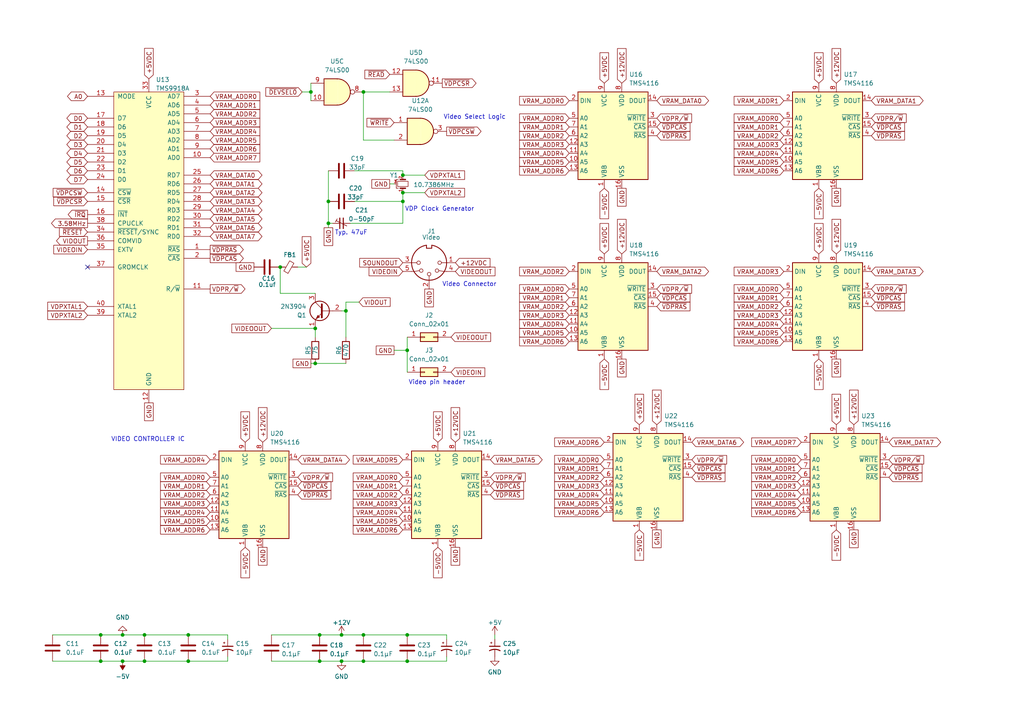
<source format=kicad_sch>
(kicad_sch (version 20250114) (generator "eeschema") (generator_version "9.0")
  (paper "A4")
  (text "VDP Clock Generator" (at 127.508 60.706 0) (effects (font (size 1.27 1.27))))
  (text "Video Connector" (at 136.144 82.55 0) (effects (font (size 1.27 1.27))))
  (text "Video pin header" (at 126.746 110.998 0) (effects (font (size 1.27 1.27))))
  (text "Typ. 47uF" (at 101.854 67.564 0) (effects (font (size 1.27 1.27))))
  (text "Video Select Logic\n" (at 137.668 34.036 0) (effects (font (size 1.27 1.27))))
  (text "VIDEO CONTROLLER IC" (at 42.926 127.508 0) (effects (font (size 1.27 1.27))))
  (junction (at 95.25 64.77))
  (junction (at 29.21 191.77))
  (junction (at 35.56 184.15))
  (junction (at 116.84 58.42))
  (junction (at 95.25 58.42))
  (junction (at 91.44 95.25))
  (junction (at 99.06 191.77))
  (junction (at 118.11 191.77))
  (junction (at 35.56 191.77))
  (junction (at 105.41 184.15))
  (junction (at 90.17 26.67))
  (junction (at 41.91 184.15))
  (junction (at 116.84 55.88))
  (junction (at 91.44 105.41))
  (junction (at 92.71 191.77))
  (junction (at 118.11 101.6))
  (junction (at 118.11 184.15))
  (junction (at 54.61 191.77))
  (junction (at 105.41 191.77))
  (junction (at 29.21 184.15))
  (junction (at 54.61 184.15))
  (junction (at 99.06 184.15))
  (junction (at 100.33 90.17))
  (junction (at 116.84 50.8))
  (junction (at 92.71 184.15))
  (junction (at 81.28 77.47))
  (junction (at 105.41 26.67))
  (junction (at 41.91 191.77))
  (no_connect (at 25.4 77.47))
  (wire (pts (xy 104.14 87.63) (xy 100.33 87.63)))
  (wire (pts (xy 29.21 191.77) (xy 35.56 191.77)))
  (wire (pts (xy 100.33 90.17) (xy 100.33 97.79)))
  (wire (pts (xy 105.41 184.15) (xy 118.11 184.15)))
  (wire (pts (xy 54.61 184.15) (xy 66.04 184.15)))
  (wire (pts (xy 35.56 184.15) (xy 41.91 184.15)))
  (wire (pts (xy 113.03 53.34) (xy 114.3 53.34)))
  (wire (pts (xy 100.33 87.63) (xy 100.33 90.17)))
  (wire (pts (xy 123.19 50.8) (xy 116.84 50.8)))
  (wire (pts (xy 29.21 184.15) (xy 35.56 184.15)))
  (wire (pts (xy 100.33 90.17) (xy 99.06 90.17)))
  (wire (pts (xy 41.91 191.77) (xy 54.61 191.77)))
  (wire (pts (xy 118.11 184.15) (xy 129.54 184.15)))
  (wire (pts (xy 78.74 184.15) (xy 92.71 184.15)))
  (wire (pts (xy 129.54 191.77) (xy 129.54 190.5)))
  (wire (pts (xy 116.84 55.88) (xy 123.19 55.88)))
  (wire (pts (xy 95.25 64.77) (xy 96.52 64.77)))
  (wire (pts (xy 95.25 58.42) (xy 95.25 64.77)))
  (wire (pts (xy 91.44 95.25) (xy 91.44 97.79)))
  (wire (pts (xy 86.36 77.47) (xy 88.9 77.47)))
  (wire (pts (xy 116.84 64.77) (xy 101.6 64.77)))
  (wire (pts (xy 87.63 26.67) (xy 90.17 26.67)))
  (wire (pts (xy 102.87 49.53) (xy 116.84 49.53)))
  (wire (pts (xy 143.51 184.15) (xy 143.51 185.42)))
  (wire (pts (xy 102.87 58.42) (xy 116.84 58.42)))
  (wire (pts (xy 114.3 40.64) (xy 105.41 40.64)))
  (wire (pts (xy 54.61 191.77) (xy 66.04 191.77)))
  (wire (pts (xy 116.84 58.42) (xy 116.84 55.88)))
  (wire (pts (xy 92.71 184.15) (xy 99.06 184.15)))
  (wire (pts (xy 15.24 184.15) (xy 29.21 184.15)))
  (wire (pts (xy 66.04 184.15) (xy 66.04 185.42)))
  (wire (pts (xy 118.11 97.79) (xy 118.11 101.6)))
  (wire (pts (xy 114.3 101.6) (xy 118.11 101.6)))
  (wire (pts (xy 105.41 26.67) (xy 113.03 26.67)))
  (wire (pts (xy 99.06 184.15) (xy 105.41 184.15)))
  (wire (pts (xy 81.28 77.47) (xy 81.28 85.09)))
  (wire (pts (xy 95.25 58.42) (xy 95.25 49.53)))
  (wire (pts (xy 41.91 184.15) (xy 54.61 184.15)))
  (wire (pts (xy 90.17 24.13) (xy 90.17 26.67)))
  (wire (pts (xy 95.25 66.04) (xy 95.25 64.77)))
  (wire (pts (xy 116.84 49.53) (xy 116.84 50.8)))
  (wire (pts (xy 35.56 191.77) (xy 41.91 191.77)))
  (wire (pts (xy 118.11 101.6) (xy 118.11 107.95)))
  (wire (pts (xy 90.17 105.41) (xy 91.44 105.41)))
  (wire (pts (xy 129.54 184.15) (xy 129.54 185.42)))
  (wire (pts (xy 105.41 191.77) (xy 118.11 191.77)))
  (wire (pts (xy 92.71 191.77) (xy 99.06 191.77)))
  (wire (pts (xy 81.28 85.09) (xy 91.44 85.09)))
  (wire (pts (xy 118.11 191.77) (xy 129.54 191.77)))
  (wire (pts (xy 116.84 58.42) (xy 116.84 64.77)))
  (wire (pts (xy 91.44 105.41) (xy 100.33 105.41)))
  (wire (pts (xy 78.74 95.25) (xy 91.44 95.25)))
  (wire (pts (xy 90.17 26.67) (xy 90.17 29.21)))
  (wire (pts (xy 66.04 191.77) (xy 66.04 190.5)))
  (wire (pts (xy 15.24 191.77) (xy 29.21 191.77)))
  (wire (pts (xy 78.74 191.77) (xy 92.71 191.77)))
  (wire (pts (xy 99.06 191.77) (xy 105.41 191.77)))
  (wire (pts (xy 105.41 40.64) (xy 105.41 26.67)))
  (global_label "VRAM_DATA1" (shape bidirectional) (at 60.96 53.34 0) (property "Intersheetrefs" "${INTERSHEET_REFS}" (effects (hide yes))))
  (global_label "D4" (shape bidirectional) (at 25.4 44.45 180) (property "Intersheetrefs" "${INTERSHEET_REFS}" (effects (hide yes))))
  (global_label "~{VDPCSR}" (shape input) (at 25.4 58.42 180) (property "Intersheetrefs" "${INTERSHEET_REFS}" (effects (hide yes))))
  (global_label "VRAM_DATA6" (shape bidirectional) (at 60.96 66.04 0) (property "Intersheetrefs" "${INTERSHEET_REFS}" (effects (hide yes))))
  (global_label "~{VDPRAS}" (shape input) (at 200.66 138.43 0) (property "Intersheetrefs" "${INTERSHEET_REFS}" (effects (hide yes))))
  (global_label "VRAM_DATA7" (shape bidirectional) (at 60.96 68.58 0) (property "Intersheetrefs" "${INTERSHEET_REFS}" (effects (hide yes))))
  (global_label "+12VDC" (shape input) (at 132.08 128.27 90) (property "Intersheetrefs" "${INTERSHEET_REFS}" (effects (hide yes))))
  (global_label "VRAM_ADDR5" (shape input) (at 175.26 146.05 180) (property "Intersheetrefs" "${INTERSHEET_REFS}" (effects (hide yes))))
  (global_label "VDPR{slash}~{W}" (shape input) (at 86.36 138.43 0) (property "Intersheetrefs" "${INTERSHEET_REFS}" (effects (hide yes))))
  (global_label "VRAM_ADDR2" (shape input) (at 165.1 78.74 180) (property "Intersheetrefs" "${INTERSHEET_REFS}" (effects (hide yes))))
  (global_label "-5VDC" (shape input) (at 127 158.75 270) (property "Intersheetrefs" "${INTERSHEET_REFS}" (effects (hide yes))))
  (global_label "~{RESET}" (shape input) (at 25.4 67.31 180) (property "Intersheetrefs" "${INTERSHEET_REFS}" (effects (hide yes))))
  (global_label "VRAM_DATA3" (shape bidirectional) (at 252.73 78.74 0) (property "Intersheetrefs" "${INTERSHEET_REFS}" (effects (hide yes))))
  (global_label "VRAM_ADDR3" (shape input) (at 227.33 91.44 180) (property "Intersheetrefs" "${INTERSHEET_REFS}" (effects (hide yes))))
  (global_label "VRAM_ADDR0" (shape input) (at 227.33 83.82 180) (property "Intersheetrefs" "${INTERSHEET_REFS}" (effects (hide yes))))
  (global_label "VDPR{slash}~{W}" (shape output) (at 60.96 83.82 0) (property "Intersheetrefs" "${INTERSHEET_REFS}" (effects (hide yes))))
  (global_label "~{DEVSEL0}" (shape input) (at 87.63 26.67 180) (property "Intersheetrefs" "${INTERSHEET_REFS}" (effects (hide yes))))
  (global_label "VRAM_ADDR4" (shape input) (at 60.96 148.59 180) (property "Intersheetrefs" "${INTERSHEET_REFS}" (effects (hide yes))))
  (global_label "~{VDPCAS}" (shape output) (at 60.96 74.93 0) (property "Intersheetrefs" "${INTERSHEET_REFS}" (effects (hide yes))))
  (global_label "VRAM_ADDR4" (shape input) (at 227.33 44.45 180) (property "Intersheetrefs" "${INTERSHEET_REFS}" (effects (hide yes))))
  (global_label "~{VDPCAS}" (shape input) (at 190.5 86.36 0) (property "Intersheetrefs" "${INTERSHEET_REFS}" (effects (hide yes))))
  (global_label "~{VDPRAS}" (shape input) (at 190.5 88.9 0) (property "Intersheetrefs" "${INTERSHEET_REFS}" (effects (hide yes))))
  (global_label "GND" (shape passive) (at 242.57 54.61 270) (property "Intersheetrefs" "${INTERSHEET_REFS}" (effects (hide yes))))
  (global_label "VDPR{slash}~{W}" (shape input) (at 252.73 83.82 0) (property "Intersheetrefs" "${INTERSHEET_REFS}" (effects (hide yes))))
  (global_label "VRAM_ADDR0" (shape input) (at 165.1 83.82 180) (property "Intersheetrefs" "${INTERSHEET_REFS}" (effects (hide yes))))
  (global_label "VRAM_ADDR0" (shape input) (at 227.33 34.29 180) (property "Intersheetrefs" "${INTERSHEET_REFS}" (effects (hide yes))))
  (global_label "VRAM_DATA0" (shape bidirectional) (at 190.5 29.21 0) (property "Intersheetrefs" "${INTERSHEET_REFS}" (effects (hide yes))))
  (global_label "-5VDC" (shape input) (at 175.26 54.61 270) (property "Intersheetrefs" "${INTERSHEET_REFS}" (effects (hide yes))))
  (global_label "GND" (shape passive) (at 247.65 153.67 270) (property "Intersheetrefs" "${INTERSHEET_REFS}" (effects (hide yes))))
  (global_label "-5VDC" (shape input) (at 242.57 153.67 270) (property "Intersheetrefs" "${INTERSHEET_REFS}" (effects (hide yes))))
  (global_label "VRAM_ADDR4" (shape input) (at 165.1 93.98 180) (property "Intersheetrefs" "${INTERSHEET_REFS}" (effects (hide yes))))
  (global_label "VRAM_ADDR5" (shape input) (at 227.33 46.99 180) (property "Intersheetrefs" "${INTERSHEET_REFS}" (effects (hide yes))))
  (global_label "D7" (shape bidirectional) (at 25.4 52.07 180) (property "Intersheetrefs" "${INTERSHEET_REFS}" (effects (hide yes))))
  (global_label "VRAM_ADDR2" (shape input) (at 232.41 138.43 180) (property "Intersheetrefs" "${INTERSHEET_REFS}" (effects (hide yes))))
  (global_label "GND" (shape passive) (at 190.5 153.67 270) (property "Intersheetrefs" "${INTERSHEET_REFS}" (effects (hide yes))))
  (global_label "VRAM_ADDR3" (shape input) (at 232.41 140.97 180) (property "Intersheetrefs" "${INTERSHEET_REFS}" (effects (hide yes))))
  (global_label "VDPR{slash}~{W}" (shape input) (at 252.73 34.29 0) (property "Intersheetrefs" "${INTERSHEET_REFS}" (effects (hide yes))))
  (global_label "VRAM_ADDR6" (shape input) (at 165.1 99.06 180) (property "Intersheetrefs" "${INTERSHEET_REFS}" (effects (hide yes))))
  (global_label "VRAM_ADDR4" (shape input) (at 60.96 133.35 180) (property "Intersheetrefs" "${INTERSHEET_REFS}" (effects (hide yes))))
  (global_label "VRAM_ADDR5" (shape input) (at 232.41 146.05 180) (property "Intersheetrefs" "${INTERSHEET_REFS}" (effects (hide yes))))
  (global_label "VIDEOOUT" (shape input) (at 78.74 95.25 180) (property "Intersheetrefs" "${INTERSHEET_REFS}" (effects (hide yes))))
  (global_label "GND" (shape passive) (at 132.08 158.75 270) (property "Intersheetrefs" "${INTERSHEET_REFS}" (effects (hide yes))))
  (global_label "VRAM_ADDR3" (shape input) (at 227.33 78.74 180) (property "Intersheetrefs" "${INTERSHEET_REFS}" (effects (hide yes))))
  (global_label "-5VDC" (shape input) (at 185.42 153.67 270) (property "Intersheetrefs" "${INTERSHEET_REFS}" (effects (hide yes))))
  (global_label "GND" (shape passive) (at 90.17 105.41 180) (property "Intersheetrefs" "${INTERSHEET_REFS}" (effects (hide yes))))
  (global_label "D1" (shape bidirectional) (at 25.4 36.83 180) (property "Intersheetrefs" "${INTERSHEET_REFS}" (effects (hide yes))))
  (global_label "A0" (shape bidirectional) (at 25.4 27.94 180) (property "Intersheetrefs" "${INTERSHEET_REFS}" (effects (hide yes))))
  (global_label "VRAM_DATA4" (shape bidirectional) (at 86.36 133.35 0) (property "Intersheetrefs" "${INTERSHEET_REFS}" (effects (hide yes))))
  (global_label "GND" (shape passive) (at 114.3 101.6 180) (property "Intersheetrefs" "${INTERSHEET_REFS}" (effects (hide yes))))
  (global_label "VRAM_ADDR5" (shape input) (at 116.84 133.35 180) (property "Intersheetrefs" "${INTERSHEET_REFS}" (effects (hide yes))))
  (global_label "~{VDPCAS}" (shape input) (at 257.81 135.89 0) (property "Intersheetrefs" "${INTERSHEET_REFS}" (effects (hide yes))))
  (global_label "~{VDPCAS}" (shape input) (at 200.66 135.89 0) (property "Intersheetrefs" "${INTERSHEET_REFS}" (effects (hide yes))))
  (global_label "VRAM_ADDR6" (shape input) (at 60.96 153.67 180) (property "Intersheetrefs" "${INTERSHEET_REFS}" (effects (hide yes))))
  (global_label "VDPR{slash}~{W}" (shape input) (at 257.81 133.35 0) (property "Intersheetrefs" "${INTERSHEET_REFS}" (effects (hide yes))))
  (global_label "VRAM_DATA1" (shape bidirectional) (at 252.73 29.21 0) (property "Intersheetrefs" "${INTERSHEET_REFS}" (effects (hide yes))))
  (global_label "VRAM_ADDR2" (shape input) (at 165.1 39.37 180) (property "Intersheetrefs" "${INTERSHEET_REFS}" (effects (hide yes))))
  (global_label "VRAM_ADDR6" (shape input) (at 175.26 128.27 180) (property "Intersheetrefs" "${INTERSHEET_REFS}" (effects (hide yes))))
  (global_label "-5VDC" (shape input) (at 237.49 54.61 270) (property "Intersheetrefs" "${INTERSHEET_REFS}" (effects (hide yes))))
  (global_label "VDPR{slash}~{W}" (shape input) (at 190.5 83.82 0) (property "Intersheetrefs" "${INTERSHEET_REFS}" (effects (hide yes))))
  (global_label "VRAM_DATA2" (shape bidirectional) (at 190.5 78.74 0) (property "Intersheetrefs" "${INTERSHEET_REFS}" (effects (hide yes))))
  (global_label "VRAM_DATA3" (shape bidirectional) (at 60.96 58.42 0) (property "Intersheetrefs" "${INTERSHEET_REFS}" (effects (hide yes))))
  (global_label "VIDOUT" (shape output) (at 25.4 69.85 180) (property "Intersheetrefs" "${INTERSHEET_REFS}" (effects (hide yes))))
  (global_label "+12VDC" (shape input) (at 180.34 24.13 90) (property "Intersheetrefs" "${INTERSHEET_REFS}" (effects (hide yes))))
  (global_label "~{VDPRAS}" (shape input) (at 142.24 143.51 0) (property "Intersheetrefs" "${INTERSHEET_REFS}" (effects (hide yes))))
  (global_label "+5VDC" (shape input) (at 242.57 123.19 90) (property "Intersheetrefs" "${INTERSHEET_REFS}" (effects (hide yes))))
  (global_label "VRAM_ADDR2" (shape input) (at 175.26 138.43 180) (property "Intersheetrefs" "${INTERSHEET_REFS}" (effects (hide yes))))
  (global_label "VRAM_ADDR3" (shape input) (at 165.1 41.91 180) (property "Intersheetrefs" "${INTERSHEET_REFS}" (effects (hide yes))))
  (global_label "VRAM_ADDR2" (shape input) (at 165.1 88.9 180) (property "Intersheetrefs" "${INTERSHEET_REFS}" (effects (hide yes))))
  (global_label "VRAM_ADDR4" (shape input) (at 227.33 93.98 180) (property "Intersheetrefs" "${INTERSHEET_REFS}" (effects (hide yes))))
  (global_label "VRAM_ADDR3" (shape input) (at 60.96 146.05 180) (property "Intersheetrefs" "${INTERSHEET_REFS}" (effects (hide yes))))
  (global_label "VIDEOOUT" (shape input) (at 130.81 97.79 0) (property "Intersheetrefs" "${INTERSHEET_REFS}" (effects (hide yes))))
  (global_label "~{VDPCSW}" (shape input) (at 25.4 55.88 180) (property "Intersheetrefs" "${INTERSHEET_REFS}" (effects (hide yes))))
  (global_label "VRAM_ADDR1" (shape input) (at 60.96 140.97 180) (property "Intersheetrefs" "${INTERSHEET_REFS}" (effects (hide yes))))
  (global_label "~{VDPCAS}" (shape input) (at 86.36 140.97 0) (property "Intersheetrefs" "${INTERSHEET_REFS}" (effects (hide yes))))
  (global_label "~{VDPRAS}" (shape input) (at 252.73 88.9 0) (property "Intersheetrefs" "${INTERSHEET_REFS}" (effects (hide yes))))
  (global_label "+5VDC" (shape input) (at 43.18 22.86 90) (property "Intersheetrefs" "${INTERSHEET_REFS}" (effects (hide yes))))
  (global_label "VRAM_ADDR4" (shape input) (at 232.41 143.51 180) (property "Intersheetrefs" "${INTERSHEET_REFS}" (effects (hide yes))))
  (global_label "SOUNDOUT" (shape input) (at 116.84 76.2 180) (property "Intersheetrefs" "${INTERSHEET_REFS}" (effects (hide yes))))
  (global_label "VRAM_ADDR0" (shape input) (at 165.1 29.21 180) (property "Intersheetrefs" "${INTERSHEET_REFS}" (effects (hide yes))))
  (global_label "~{VDPRAS}" (shape input) (at 190.5 39.37 0) (property "Intersheetrefs" "${INTERSHEET_REFS}" (effects (hide yes))))
  (global_label "VRAM_ADDR4" (shape input) (at 60.96 38.1 0) (property "Intersheetrefs" "${INTERSHEET_REFS}" (effects (hide yes))))
  (global_label "VRAM_DATA0" (shape bidirectional) (at 60.96 50.8 0) (property "Intersheetrefs" "${INTERSHEET_REFS}" (effects (hide yes))))
  (global_label "-5VDC" (shape input) (at 71.12 158.75 270) (property "Intersheetrefs" "${INTERSHEET_REFS}" (effects (hide yes))))
  (global_label "+12VDC" (shape input) (at 242.57 73.66 90) (property "Intersheetrefs" "${INTERSHEET_REFS}" (effects (hide yes))))
  (global_label "GND" (shape passive) (at 43.18 116.84 270) (property "Intersheetrefs" "${INTERSHEET_REFS}" (effects (hide yes))))
  (global_label "GND" (shape passive) (at 242.57 104.14 270) (property "Intersheetrefs" "${INTERSHEET_REFS}" (effects (hide yes))))
  (global_label "VRAM_ADDR0" (shape input) (at 116.84 138.43 180) (property "Intersheetrefs" "${INTERSHEET_REFS}" (effects (hide yes))))
  (global_label "VRAM_ADDR4" (shape input) (at 175.26 143.51 180) (property "Intersheetrefs" "${INTERSHEET_REFS}" (effects (hide yes))))
  (global_label "3.58MHz" (shape output) (at 25.4 64.77 180) (property "Intersheetrefs" "${INTERSHEET_REFS}" (effects (hide yes))))
  (global_label "VRAM_ADDR5" (shape input) (at 60.96 40.64 0) (property "Intersheetrefs" "${INTERSHEET_REFS}" (effects (hide yes))))
  (global_label "~{VDPRAS}" (shape input) (at 252.73 39.37 0) (property "Intersheetrefs" "${INTERSHEET_REFS}" (effects (hide yes))))
  (global_label "VDPXTAL1" (shape input) (at 25.4 88.9 180) (property "Intersheetrefs" "${INTERSHEET_REFS}" (effects (hide yes))))
  (global_label "~{VDPRAS}" (shape output) (at 60.96 72.39 0) (property "Intersheetrefs" "${INTERSHEET_REFS}" (effects (hide yes))))
  (global_label "VIDEOOUT" (shape input) (at 132.08 78.74 0) (property "Intersheetrefs" "${INTERSHEET_REFS}" (effects (hide yes))))
  (global_label "VRAM_ADDR2" (shape input) (at 60.96 33.02 0) (property "Intersheetrefs" "${INTERSHEET_REFS}" (effects (hide yes))))
  (global_label "VRAM_ADDR4" (shape input) (at 116.84 148.59 180) (property "Intersheetrefs" "${INTERSHEET_REFS}" (effects (hide yes))))
  (global_label "VRAM_ADDR7" (shape input) (at 60.96 45.72 0) (property "Intersheetrefs" "${INTERSHEET_REFS}" (effects (hide yes))))
  (global_label "~{VDPRAS}" (shape input) (at 257.81 138.43 0) (property "Intersheetrefs" "${INTERSHEET_REFS}" (effects (hide yes))))
  (global_label "VRAM_DATA2" (shape bidirectional) (at 60.96 55.88 0) (property "Intersheetrefs" "${INTERSHEET_REFS}" (effects (hide yes))))
  (global_label "VDPR{slash}~{W}" (shape input) (at 142.24 138.43 0) (property "Intersheetrefs" "${INTERSHEET_REFS}" (effects (hide yes))))
  (global_label "-5VDC" (shape input) (at 175.26 104.14 270) (property "Intersheetrefs" "${INTERSHEET_REFS}" (effects (hide yes))))
  (global_label "VRAM_ADDR6" (shape input) (at 227.33 49.53 180) (property "Intersheetrefs" "${INTERSHEET_REFS}" (effects (hide yes))))
  (global_label "VRAM_ADDR0" (shape input) (at 60.96 27.94 0) (property "Intersheetrefs" "${INTERSHEET_REFS}" (effects (hide yes))))
  (global_label "~{VDPRAS}" (shape input) (at 86.36 143.51 0) (property "Intersheetrefs" "${INTERSHEET_REFS}" (effects (hide yes))))
  (global_label "VDPR{slash}~{W}" (shape input) (at 200.66 133.35 0) (property "Intersheetrefs" "${INTERSHEET_REFS}" (effects (hide yes))))
  (global_label "VDPR{slash}~{W}" (shape input) (at 190.5 34.29 0) (property "Intersheetrefs" "${INTERSHEET_REFS}" (effects (hide yes))))
  (global_label "VRAM_ADDR1" (shape input) (at 165.1 36.83 180) (property "Intersheetrefs" "${INTERSHEET_REFS}" (effects (hide yes))))
  (global_label "~{VDPCAS}" (shape input) (at 252.73 86.36 0) (property "Intersheetrefs" "${INTERSHEET_REFS}" (effects (hide yes))))
  (global_label "VRAM_DATA7" (shape bidirectional) (at 257.81 128.27 0) (property "Intersheetrefs" "${INTERSHEET_REFS}" (effects (hide yes))))
  (global_label "VRAM_ADDR1" (shape input) (at 165.1 86.36 180) (property "Intersheetrefs" "${INTERSHEET_REFS}" (effects (hide yes))))
  (global_label "GND" (shape passive) (at 73.66 77.47 180) (property "Intersheetrefs" "${INTERSHEET_REFS}" (effects (hide yes))))
  (global_label "~{VDPCSR}" (shape output) (at 128.27 24.13 0) (property "Intersheetrefs" "${INTERSHEET_REFS}" (effects (hide yes))))
  (global_label "VRAM_ADDR2" (shape input) (at 116.84 143.51 180) (property "Intersheetrefs" "${INTERSHEET_REFS}" (effects (hide yes))))
  (global_label "-5VDC" (shape input) (at 237.49 104.14 270) (property "Intersheetrefs" "${INTERSHEET_REFS}" (effects (hide yes))))
  (global_label "GND" (shape passive) (at 180.34 104.14 270) (property "Intersheetrefs" "${INTERSHEET_REFS}" (effects (hide yes))))
  (global_label "GND" (shape passive) (at 113.03 53.34 180) (property "Intersheetrefs" "${INTERSHEET_REFS}" (effects (hide yes))))
  (global_label "VRAM_ADDR5" (shape input) (at 116.84 151.13 180) (property "Intersheetrefs" "${INTERSHEET_REFS}" (effects (hide yes))))
  (global_label "+5VDC" (shape input) (at 71.12 128.27 90) (property "Intersheetrefs" "${INTERSHEET_REFS}" (effects (hide yes))))
  (global_label "+12VDC" (shape input) (at 190.5 123.19 90) (property "Intersheetrefs" "${INTERSHEET_REFS}" (effects (hide yes))))
  (global_label "~{VDPCAS}" (shape input) (at 252.73 36.83 0) (property "Intersheetrefs" "${INTERSHEET_REFS}" (effects (hide yes))))
  (global_label "~{IRQ}" (shape output) (at 25.4 62.23 180) (property "Intersheetrefs" "${INTERSHEET_REFS}" (effects (hide yes))))
  (global_label "+5VDC" (shape input) (at 175.26 24.13 90) (property "Intersheetrefs" "${INTERSHEET_REFS}" (effects (hide yes))))
  (global_label "VRAM_ADDR5" (shape input) (at 60.96 151.13 180) (property "Intersheetrefs" "${INTERSHEET_REFS}" (effects (hide yes))))
  (global_label "+5VDC" (shape input) (at 88.9 77.47 90) (property "Intersheetrefs" "${INTERSHEET_REFS}" (effects (hide yes))))
  (global_label "VRAM_ADDR6" (shape input) (at 165.1 49.53 180) (property "Intersheetrefs" "${INTERSHEET_REFS}" (effects (hide yes))))
  (global_label "VRAM_ADDR0" (shape input) (at 175.26 133.35 180) (property "Intersheetrefs" "${INTERSHEET_REFS}" (effects (hide yes))))
  (global_label "+5VDC" (shape input) (at 127 128.27 90) (property "Intersheetrefs" "${INTERSHEET_REFS}" (effects (hide yes))))
  (global_label "+12VDC" (shape input) (at 132.08 76.2 0) (property "Intersheetrefs" "${INTERSHEET_REFS}" (effects (hide yes))))
  (global_label "VRAM_ADDR1" (shape input) (at 60.96 30.48 0) (property "Intersheetrefs" "${INTERSHEET_REFS}" (effects (hide yes))))
  (global_label "~{VDPCAS}" (shape input) (at 142.24 140.97 0) (property "Intersheetrefs" "${INTERSHEET_REFS}" (effects (hide yes))))
  (global_label "GND" (shape passive) (at 180.34 54.61 270) (property "Intersheetrefs" "${INTERSHEET_REFS}" (effects (hide yes))))
  (global_label "VRAM_ADDR3" (shape input) (at 227.33 41.91 180) (property "Intersheetrefs" "${INTERSHEET_REFS}" (effects (hide yes))))
  (global_label "VRAM_ADDR6" (shape input) (at 60.96 43.18 0) (property "Intersheetrefs" "${INTERSHEET_REFS}" (effects (hide yes))))
  (global_label "VDPXTAL2" (shape input) (at 123.19 55.88 0) (property "Intersheetrefs" "${INTERSHEET_REFS}" (effects (hide yes))))
  (global_label "VRAM_DATA4" (shape bidirectional) (at 60.96 60.96 0) (property "Intersheetrefs" "${INTERSHEET_REFS}" (effects (hide yes))))
  (global_label "GND" (shape passive) (at 124.46 83.82 270) (property "Intersheetrefs" "${INTERSHEET_REFS}" (effects (hide yes))))
  (global_label "+5VDC" (shape input) (at 237.49 24.13 90) (property "Intersheetrefs" "${INTERSHEET_REFS}" (effects (hide yes))))
  (global_label "D3" (shape bidirectional) (at 25.4 41.91 180) (property "Intersheetrefs" "${INTERSHEET_REFS}" (effects (hide yes))))
  (global_label "VRAM_ADDR3" (shape input) (at 60.96 35.56 0) (property "Intersheetrefs" "${INTERSHEET_REFS}" (effects (hide yes))))
  (global_label "VRAM_ADDR0" (shape input) (at 232.41 133.35 180) (property "Intersheetrefs" "${INTERSHEET_REFS}" (effects (hide yes))))
  (global_label "VRAM_ADDR0" (shape input) (at 165.1 34.29 180) (property "Intersheetrefs" "${INTERSHEET_REFS}" (effects (hide yes))))
  (global_label "~{VDPCAS}" (shape input) (at 190.5 36.83 0) (property "Intersheetrefs" "${INTERSHEET_REFS}" (effects (hide yes))))
  (global_label "VRAM_ADDR5" (shape input) (at 165.1 96.52 180) (property "Intersheetrefs" "${INTERSHEET_REFS}" (effects (hide yes))))
  (global_label "D5" (shape bidirectional) (at 25.4 46.99 180) (property "Intersheetrefs" "${INTERSHEET_REFS}" (effects (hide yes))))
  (global_label "VRAM_ADDR5" (shape input) (at 165.1 46.99 180) (property "Intersheetrefs" "${INTERSHEET_REFS}" (effects (hide yes))))
  (global_label "VRAM_ADDR1" (shape input) (at 227.33 86.36 180) (property "Intersheetrefs" "${INTERSHEET_REFS}" (effects (hide yes))))
  (global_label "D2" (shape bidirectional) (at 25.4 39.37 180) (property "Intersheetrefs" "${INTERSHEET_REFS}" (effects (hide yes))))
  (global_label "VRAM_ADDR3" (shape input) (at 175.26 140.97 180) (property "Intersheetrefs" "${INTERSHEET_REFS}" (effects (hide yes))))
  (global_label "+12VDC" (shape input) (at 76.2 128.27 90) (property "Intersheetrefs" "${INTERSHEET_REFS}" (effects (hide yes))))
  (global_label "VRAM_ADDR6" (shape input) (at 232.41 148.59 180) (property "Intersheetrefs" "${INTERSHEET_REFS}" (effects (hide yes))))
  (global_label "VRAM_ADDR1" (shape input) (at 232.41 135.89 180) (property "Intersheetrefs" "${INTERSHEET_REFS}" (effects (hide yes))))
  (global_label "VDPXTAL2" (shape input) (at 25.4 91.44 180) (property "Intersheetrefs" "${INTERSHEET_REFS}" (effects (hide yes))))
  (global_label "VRAM_DATA6" (shape bidirectional) (at 200.66 128.27 0) (property "Intersheetrefs" "${INTERSHEET_REFS}" (effects (hide yes))))
  (global_label "VRAM_ADDR2" (shape input) (at 227.33 88.9 180) (property "Intersheetrefs" "${INTERSHEET_REFS}" (effects (hide yes))))
  (global_label "GND" (shape passive) (at 95.25 66.04 270) (property "Intersheetrefs" "${INTERSHEET_REFS}" (effects (hide yes))))
  (global_label "VDPXTAL1" (shape input) (at 123.19 50.8 0) (property "Intersheetrefs" "${INTERSHEET_REFS}" (effects (hide yes))))
  (global_label "+12VDC" (shape input) (at 180.34 73.66 90) (property "Intersheetrefs" "${INTERSHEET_REFS}" (effects (hide yes))))
  (global_label "~{READ}" (shape input) (at 113.03 21.59 180) (property "Intersheetrefs" "${INTERSHEET_REFS}" (effects (hide yes))))
  (global_label "+5VDC" (shape input) (at 237.49 73.66 90) (property "Intersheetrefs" "${INTERSHEET_REFS}" (effects (hide yes))))
  (global_label "VRAM_ADDR7" (shape input) (at 232.41 128.27 180) (property "Intersheetrefs" "${INTERSHEET_REFS}" (effects (hide yes))))
  (global_label "VRAM_ADDR1" (shape input) (at 175.26 135.89 180) (property "Intersheetrefs" "${INTERSHEET_REFS}" (effects (hide yes))))
  (global_label "VRAM_ADDR1" (shape input) (at 227.33 36.83 180) (property "Intersheetrefs" "${INTERSHEET_REFS}" (effects (hide yes))))
  (global_label "VRAM_ADDR0" (shape input) (at 60.96 138.43 180) (property "Intersheetrefs" "${INTERSHEET_REFS}" (effects (hide yes))))
  (global_label "VRAM_ADDR6" (shape input) (at 175.26 148.59 180) (property "Intersheetrefs" "${INTERSHEET_REFS}" (effects (hide yes))))
  (global_label "+5VDC" (shape input) (at 185.42 123.19 90) (property "Intersheetrefs" "${INTERSHEET_REFS}" (effects (hide yes))))
  (global_label "VIDOUT" (shape input) (at 104.14 87.63 0) (property "Intersheetrefs" "${INTERSHEET_REFS}" (effects (hide yes))))
  (global_label "VRAM_DATA5" (shape bidirectional) (at 60.96 63.5 0) (property "Intersheetrefs" "${INTERSHEET_REFS}" (effects (hide yes))))
  (global_label "GND" (shape passive) (at 76.2 158.75 270) (property "Intersheetrefs" "${INTERSHEET_REFS}" (effects (hide yes))))
  (global_label "VRAM_DATA5" (shape bidirectional) (at 142.24 133.35 0) (property "Intersheetrefs" "${INTERSHEET_REFS}" (effects (hide yes))))
  (global_label "VRAM_ADDR2" (shape input) (at 60.96 143.51 180) (property "Intersheetrefs" "${INTERSHEET_REFS}" (effects (hide yes))))
  (global_label "VRAM_ADDR4" (shape input) (at 165.1 44.45 180) (property "Intersheetrefs" "${INTERSHEET_REFS}" (effects (hide yes))))
  (global_label "VRAM_ADDR3" (shape input) (at 165.1 91.44 180) (property "Intersheetrefs" "${INTERSHEET_REFS}" (effects (hide yes))))
  (global_label "+5VDC" (shape input) (at 175.26 73.66 90) (property "Intersheetrefs" "${INTERSHEET_REFS}" (effects (hide yes))))
  (global_label "+12VDC" (shape input) (at 247.65 123.19 90) (property "Intersheetrefs" "${INTERSHEET_REFS}" (effects (hide yes))))
  (global_label "VRAM_ADDR2" (shape input) (at 227.33 39.37 180) (property "Intersheetrefs" "${INTERSHEET_REFS}" (effects (hide yes))))
  (global_label "+12VDC" (shape input) (at 242.57 24.13 90) (property "Intersheetrefs" "${INTERSHEET_REFS}" (effects (hide yes))))
  (global_label "VIDEOIN" (shape input) (at 116.84 78.74 180) (property "Intersheetrefs" "${INTERSHEET_REFS}" (effects (hide yes))))
  (global_label "~{WRITE}" (shape input) (at 114.3 35.56 180) (property "Intersheetrefs" "${INTERSHEET_REFS}" (effects (hide yes))))
  (global_label "VRAM_ADDR1" (shape input) (at 116.84 140.97 180) (property "Intersheetrefs" "${INTERSHEET_REFS}" (effects (hide yes))))
  (global_label "VRAM_ADDR5" (shape input) (at 227.33 96.52 180) (property "Intersheetrefs" "${INTERSHEET_REFS}" (effects (hide yes))))
  (global_label "VRAM_ADDR1" (shape input) (at 227.33 29.21 180) (property "Intersheetrefs" "${INTERSHEET_REFS}" (effects (hide yes))))
  (global_label "D0" (shape bidirectional) (at 25.4 34.29 180) (property "Intersheetrefs" "${INTERSHEET_REFS}" (effects (hide yes))))
  (global_label "D6" (shape bidirectional) (at 25.4 49.53 180) (property "Intersheetrefs" "${INTERSHEET_REFS}" (effects (hide yes))))
  (global_label "VRAM_ADDR6" (shape input) (at 227.33 99.06 180) (property "Intersheetrefs" "${INTERSHEET_REFS}" (effects (hide yes))))
  (global_label "VRAM_ADDR6" (shape input) (at 116.84 153.67 180) (property "Intersheetrefs" "${INTERSHEET_REFS}" (effects (hide yes))))
  (global_label "VIDEOIN" (shape input) (at 130.81 107.95 0) (property "Intersheetrefs" "${INTERSHEET_REFS}" (effects (hide yes))))
  (global_label "VRAM_ADDR3" (shape input) (at 116.84 146.05 180) (property "Intersheetrefs" "${INTERSHEET_REFS}" (effects (hide yes))))
  (global_label "~{VDPCSW}" (shape output) (at 129.54 38.1 0) (property "Intersheetrefs" "${INTERSHEET_REFS}" (effects (hide yes))))
  (global_label "VIDEOIN" (shape input) (at 25.4 72.39 180) (property "Intersheetrefs" "${INTERSHEET_REFS}" (effects (hide yes))))
  (symbol (lib_id "Connector:DIN-5_180degree") (at 124.46 76.2 180) (unit 1)
    (property "Reference" "J1" (at 123.952 67.056 0) (effects (justify right)))
    (property "Value" "Video" (at 122.428 68.834 0) (effects (justify right)))
    (property "Footprint" "dragon64:DIN-5_DELTRON_671-0501_45deg_Horizontal" (effects (hide yes)))
    (property "Datasheet" "http://www.mouser.com/ds/2/18/40_c091_abd_e-75918.pdf" (effects (hide yes)))
  )
  (symbol (lib_id "Device:C") (at 92.71 187.96 0) (unit 1)
    (property "Reference" "C18" (at 95.631 187.1253 0) (effects (justify left)))
    (property "Value" "0.1µF" (at 95.631 189.6622 0) (effects (justify left)))
    (property "Footprint" "Capacitor_THT:C_Disc_D7.5mm_W2.5mm_P5.00mm" (effects (hide yes)))
    (property "Datasheet" "https://connect.kemet.com:7667/gateway/IntelliData-ComponentDocumentation/1.0/download/datasheet/C315C104M5U5TA" (effects (hide yes)))
    (property "MPN" "C315C104M5U5TA" (effects (hide yes)))
    (property "Manufacturer" "KEMET" (effects (hide yes)))
    (property "DigiKey_SKU" "399-4151-ND" (effects (hide yes)))
  )
  (symbol (lib_id "Transistor_BJT:2N3904") (at 93.98 90.17 0) (mirror y) (unit 1)
    (property "Reference" "Q1" (at 88.9 91.4401 0) (effects (justify left)))
    (property "Value" "2N3904" (at 88.9 88.9001 0) (effects (justify left)))
    (property "Footprint" "Package_TO_SOT_THT:TO-92L_HandSolder" (effects (hide yes)))
    (property "Datasheet" "https://www.onsemi.com/pub/Collateral/2N3903-D.PDF" (effects (hide yes)))
    (property "Description" "0.2A Ic, 40V Vce, Small Signal NPN Transistor, TO-92" (effects (hide yes)))
  )
  (symbol (lib_id "Memory_RAM:MK4116N") (at 187.96 138.43 0) (unit 1)
    (property "Reference" "U22" (at 192.6433 120.65 0) (effects (justify left)))
    (property "Value" "TMS4116" (at 192.6433 123.19 0) (effects (justify left)))
    (property "Footprint" "Package_DIP:DIP-16_W7.62mm_Socket_LongPads" (effects (hide yes)))
    (property "Datasheet" "https://deramp.com/downloads/mfe_archive/050-Component%20Specifications/Mostek/1980_Mostek_Memory_Data_Book_and_Designers_Guide.pdf#page=98" (effects (hide yes)))
    (property "Description" "16384 x 1 bit Dynamic RAM, 150/200/250ns access time, VBB -5V, VCC 5V, VDD 12V, ±10% tolerance on all power supplies, TTL compatible inputs, DIP-16 (Epoxy/Plastic package)" (effects (hide yes)))
  )
  (symbol (lib_id "yamaha:TMS9918A") (at 43.18 64.77 0) (unit 1)
    (property "Reference" "U13" (at 45.1994 23.0972 0) (effects (justify left)))
    (property "Value" "TMS9918A" (at 45.1994 25.6341 0) (effects (justify left)))
    (property "Footprint" "Package_DIP:DIP-40_W15.24mm_Socket" (effects (hide yes)))
    (property "Datasheet" "https://archive.org/download/Texas_Instruments_TMS9918A/Texas_Instruments_TMS9918A.pdf" (effects (hide yes)))
    (property "MPN" "TMS9918A" (effects (hide yes)))
    (property "Manufacturer" "Texas Instruments" (effects (hide yes)))
  )
  (symbol (lib_id "Device:C") (at 99.06 58.42 90) (unit 1)
    (property "Reference" "C20" (at 103.124 54.61 90))
    (property "Value" "33pF" (at 103.124 57.1469 90))
    (property "Footprint" "Capacitor_THT:C_Disc_D7.5mm_W5.0mm_P5.00mm" (effects (hide yes)))
    (property "Datasheet" "https://www.vishay.com/docs/45171/kseries.pdf" (effects (hide yes)))
    (property "MPN" "K330J15C0GF5TL2" (effects (hide yes)))
    (property "Manufacturer" "Vishay Beyschlag/Draloric/BC Components" (effects (hide yes)))
    (property "DigiKey_SKU" "BC1007CT-ND" (effects (hide yes)))
  )
  (symbol (lib_id "Device:C") (at 99.06 49.53 90) (unit 1)
    (property "Reference" "C19" (at 103.632 45.9771 90))
    (property "Value" "33pF" (at 103.632 48.514 90))
    (property "Footprint" "Capacitor_THT:C_Disc_D7.5mm_W5.0mm_P5.00mm" (effects (hide yes)))
    (property "Datasheet" "https://www.vishay.com/docs/45171/kseries.pdf" (effects (hide yes)))
    (property "MPN" "K330J15C0GF5TL2" (effects (hide yes)))
    (property "Manufacturer" "Vishay Beyschlag/Draloric/BC Components" (effects (hide yes)))
    (property "DigiKey_SKU" "BC1007CT-ND" (effects (hide yes)))
  )
  (symbol (lib_id "Device:C_Polarized_Small_US") (at 66.04 187.96 0) (unit 1)
    (property "Reference" "C15" (at 68.3514 186.6935 0) (effects (justify left)))
    (property "Value" "10µF" (at 68.3514 189.2304 0) (effects (justify left)))
    (property "Footprint" "Capacitor_THT:CP_Radial_D5.0mm_P2.00mm" (effects (hide yes)))
    (property "Datasheet" "https://industrial.panasonic.com/ww/products/pt/aluminum-cap-lead/models/ECEA1EKS100" (effects (hide yes)))
    (property "MPN" "ECE-A1EKS100" (effects (hide yes)))
    (property "Manufacturer" "Panasonic Electronic Components" (effects (hide yes)))
    (property "DigiKey_SKU" "P975-ND" (effects (hide yes)))
  )
  (symbol (lib_id "Connector_Generic:Conn_02x01") (at 123.19 97.79 0) (unit 1)
    (property "Reference" "J2" (at 124.46 91.44 0))
    (property "Value" "Conn_02x01" (at 124.46 93.98 0))
    (property "Footprint" "Connector_PinHeader_2.54mm:PinHeader_2x01_P2.54mm_Vertical" (effects (hide yes)))
    (property "Description" "Generic connector, double row, 02x01, this symbol is compatible with counter-clockwise, top-bottom and odd-even numbering schemes., script generated (kicad-library-utils/schlib/autogen/connector/)" (effects (hide yes)))
  )
  (symbol (lib_id "power:+5V") (at 143.51 184.15 0) (unit 1)
    (property "Reference" "#PWR023" (effects (hide yes)))
    (property "Value" "+5V" (at 143.51 180.5742 0))
  )
  (symbol (lib_id "Device:FerriteBead_Small") (at 83.82 77.47 90) (unit 1)
    (property "Reference" "FB1" (at 84.074 73.914 90))
    (property "Value" "~" (at 83.7819 73.66 90))
    (property "Description" "Ferrite bead, small symbol" (effects (hide yes)))
  )
  (symbol (lib_id "Memory_RAM:MK4116N") (at 240.03 39.37 0) (unit 1)
    (property "Reference" "U17" (at 244.7133 21.59 0) (effects (justify left)))
    (property "Value" "TMS4116" (at 244.7133 24.13 0) (effects (justify left)))
    (property "Footprint" "Package_DIP:DIP-16_W7.62mm_Socket_LongPads" (effects (hide yes)))
    (property "Datasheet" "https://deramp.com/downloads/mfe_archive/050-Component%20Specifications/Mostek/1980_Mostek_Memory_Data_Book_and_Designers_Guide.pdf#page=98" (effects (hide yes)))
    (property "Description" "16384 x 1 bit Dynamic RAM, 150/200/250ns access time, VBB -5V, VCC 5V, VDD 12V, ±10% tolerance on all power supplies, TTL compatible inputs, DIP-16 (Epoxy/Plastic package)" (effects (hide yes)))
  )
  (symbol (lib_id "Device:C_Polarized_Small_US") (at 129.54 187.96 0) (unit 1)
    (property "Reference" "C24" (at 131.8514 186.6935 0) (effects (justify left)))
    (property "Value" "10µF" (at 131.8514 189.2304 0) (effects (justify left)))
    (property "Footprint" "Capacitor_THT:CP_Radial_D5.0mm_P2.00mm" (effects (hide yes)))
    (property "Datasheet" "https://industrial.panasonic.com/ww/products/pt/aluminum-cap-lead/models/ECEA1EKS100" (effects (hide yes)))
    (property "MPN" "ECE-A1EKS100" (effects (hide yes)))
    (property "Manufacturer" "Panasonic Electronic Components" (effects (hide yes)))
    (property "DigiKey_SKU" "P975-ND" (effects (hide yes)))
  )
  (symbol (lib_id "Memory_RAM:MK4116N") (at 240.03 88.9 0) (unit 1)
    (property "Reference" "U19" (at 244.7133 71.12 0) (effects (justify left)))
    (property "Value" "TMS4116" (at 244.7133 73.66 0) (effects (justify left)))
    (property "Footprint" "Package_DIP:DIP-16_W7.62mm_Socket_LongPads" (effects (hide yes)))
    (property "Datasheet" "https://deramp.com/downloads/mfe_archive/050-Component%20Specifications/Mostek/1980_Mostek_Memory_Data_Book_and_Designers_Guide.pdf#page=98" (effects (hide yes)))
    (property "Description" "16384 x 1 bit Dynamic RAM, 150/200/250ns access time, VBB -5V, VCC 5V, VDD 12V, ±10% tolerance on all power supplies, TTL compatible inputs, DIP-16 (Epoxy/Plastic package)" (effects (hide yes)))
  )
  (symbol (lib_id "Device:R") (at 91.44 101.6 0) (mirror y) (unit 1)
    (property "Reference" "R5" (at 89.408 101.6 90))
    (property "Value" "75" (at 91.44 101.6 90))
    (property "Footprint" "Resistor_THT:R_Axial_DIN0207_L6.3mm_D2.5mm_P7.62mm_Horizontal" (effects (hide yes)))
  )
  (symbol (lib_id "74xx:74LS00") (at 120.65 24.13 0) (unit 4)
    (property "Reference" "U5" (at 120.6417 15.24 0))
    (property "Value" "74LS00" (at 120.6417 17.78 0))
    (property "Footprint" "Package_DIP:DIP-14_W7.62mm_Socket_LongPads" (effects (hide yes)))
    (property "Datasheet" "http://www.ti.com/lit/gpn/sn74ls00" (effects (hide yes)))
    (property "Description" "quad 2-input NAND gate" (effects (hide yes)))
  )
  (symbol (lib_id "Device:C") (at 77.47 77.47 270) (mirror x) (unit 1)
    (property "Reference" "C16" (at 75.946 80.772 90) (effects (justify left)))
    (property "Value" "0.1uf" (at 74.93 82.55 90) (effects (justify left)))
    (property "Footprint" "Capacitor_THT:C_Disc_D3.0mm_W1.6mm_P2.50mm" (effects (hide yes)))
  )
  (symbol (lib_id "power:GND") (at 35.56 184.15 180) (unit 1)
    (property "Reference" "#PWR014" (effects (hide yes)))
    (property "Value" "GND" (at 35.56 179.07 0))
  )
  (symbol (lib_id "power:-5V") (at 35.56 191.77 180) (unit 1)
    (property "Reference" "#PWR015" (effects (hide yes)))
    (property "Value" "-5V" (at 35.56 196.2134 0))
  )
  (symbol (lib_id "Memory_RAM:MK4116N") (at 129.54 143.51 0) (unit 1)
    (property "Reference" "U21" (at 134.2233 125.73 0) (effects (justify left)))
    (property "Value" "TMS4116" (at 134.2233 128.27 0) (effects (justify left)))
    (property "Footprint" "Package_DIP:DIP-16_W7.62mm_Socket_LongPads" (effects (hide yes)))
    (property "Datasheet" "https://deramp.com/downloads/mfe_archive/050-Component%20Specifications/Mostek/1980_Mostek_Memory_Data_Book_and_Designers_Guide.pdf#page=98" (effects (hide yes)))
    (property "Description" "16384 x 1 bit Dynamic RAM, 150/200/250ns access time, VBB -5V, VCC 5V, VDD 12V, ±10% tolerance on all power supplies, TTL compatible inputs, DIP-16 (Epoxy/Plastic package)" (effects (hide yes)))
  )
  (symbol (lib_id "74xx:74LS00") (at 97.79 26.67 0) (unit 3)
    (property "Reference" "U5" (at 97.7817 17.78 0))
    (property "Value" "74LS00" (at 97.7817 20.32 0))
    (property "Footprint" "Package_DIP:DIP-14_W7.62mm_Socket_LongPads" (effects (hide yes)))
    (property "Datasheet" "http://www.ti.com/lit/gpn/sn74ls00" (effects (hide yes)))
    (property "Description" "quad 2-input NAND gate" (effects (hide yes)))
  )
  (symbol (lib_id "Memory_RAM:MK4116N") (at 177.8 39.37 0) (unit 1)
    (property "Reference" "U16" (at 182.4833 21.59 0) (effects (justify left)))
    (property "Value" "TMS4116" (at 182.4833 24.13 0) (effects (justify left)))
    (property "Footprint" "Package_DIP:DIP-16_W7.62mm_Socket_LongPads" (effects (hide yes)))
    (property "Datasheet" "https://deramp.com/downloads/mfe_archive/050-Component%20Specifications/Mostek/1980_Mostek_Memory_Data_Book_and_Designers_Guide.pdf#page=98" (effects (hide yes)))
    (property "Description" "16384 x 1 bit Dynamic RAM, 150/200/250ns access time, VBB -5V, VCC 5V, VDD 12V, ±10% tolerance on all power supplies, TTL compatible inputs, DIP-16 (Epoxy/Plastic package)" (effects (hide yes)))
  )
  (symbol (lib_id "Device:C") (at 15.24 187.96 0) (unit 1)
    (property "Reference" "C11" (at 19.05 186.6899 0) (effects (justify left)))
    (property "Value" "0.1uF" (at 19.05 189.2299 0) (effects (justify left)))
    (property "Footprint" "Capacitor_THT:C_Disc_D7.5mm_W2.5mm_P5.00mm" (effects (hide yes)))
    (property "Datasheet" "https://connect.kemet.com:7667/gateway/IntelliData-ComponentDocumentation/1.0/download/datasheet/C315C104M5U5TA" (effects (hide yes)))
    (property "MPN" "C315C104M5U5TA" (effects (hide yes)))
    (property "Manufacturer" "KEMET" (effects (hide yes)))
    (property "DigiKey_SKU" "399-4151-ND" (effects (hide yes)))
  )
  (symbol (lib_id "Device:C_Trim_Small") (at 99.06 64.77 90) (unit 1)
    (property "Reference" "C21" (at 104.902 60.9631 90))
    (property "Value" "0-50pF" (at 104.902 63.5 90))
    (property "Footprint" "Capacitor_THT:C_Axial_L3.8mm_D2.6mm_P10.00mm_Horizontal" (effects (hide yes)))
    (property "Datasheet" "https://media.digikey.com/pdf/Data%20Sheets/EW%20Electronics-Edmar/GKGxx015_016_Series_DS.pdf" (effects (hide yes)))
    (property "MPN" "GKG50015" (effects (hide yes)))
    (property "Manufacturer" "EW Electronics" (effects (hide yes)))
    (property "DigiKey_SKU" "2447-GKG50015-ND" (effects (hide yes)))
  )
  (symbol (lib_id "Device:C") (at 41.91 187.96 0) (unit 1)
    (property "Reference" "C13" (at 45.72 186.6899 0) (effects (justify left)))
    (property "Value" "0.1uF" (at 45.72 189.2299 0) (effects (justify left)))
    (property "Footprint" "Capacitor_THT:C_Disc_D7.5mm_W2.5mm_P5.00mm" (effects (hide yes)))
    (property "Datasheet" "https://connect.kemet.com:7667/gateway/IntelliData-ComponentDocumentation/1.0/download/datasheet/C315C104M5U5TA" (effects (hide yes)))
    (property "MPN" "C315C104M5U5TA" (effects (hide yes)))
    (property "Manufacturer" "KEMET" (effects (hide yes)))
    (property "DigiKey_SKU" "399-4151-ND" (effects (hide yes)))
  )
  (symbol (lib_id "74xx:74LS00") (at 121.92 38.1 0) (unit 1)
    (property "Reference" "U12" (at 121.9117 29.21 0))
    (property "Value" "74LS00" (at 121.9117 31.75 0))
    (property "Datasheet" "http://www.ti.com/lit/gpn/sn74ls00" (effects (hide yes)))
    (property "Description" "quad 2-input NAND gate" (effects (hide yes)))
  )
  (symbol (lib_id "Memory_RAM:MK4116N") (at 177.8 88.9 0) (unit 1)
    (property "Reference" "U18" (at 182.4833 71.12 0) (effects (justify left)))
    (property "Value" "TMS4116" (at 182.4833 73.66 0) (effects (justify left)))
    (property "Footprint" "Package_DIP:DIP-16_W7.62mm_Socket_LongPads" (effects (hide yes)))
    (property "Datasheet" "https://deramp.com/downloads/mfe_archive/050-Component%20Specifications/Mostek/1980_Mostek_Memory_Data_Book_and_Designers_Guide.pdf#page=98" (effects (hide yes)))
    (property "Description" "16384 x 1 bit Dynamic RAM, 150/200/250ns access time, VBB -5V, VCC 5V, VDD 12V, ±10% tolerance on all power supplies, TTL compatible inputs, DIP-16 (Epoxy/Plastic package)" (effects (hide yes)))
  )
  (symbol (lib_id "Device:C_Polarized_Small_US") (at 143.51 187.96 0) (unit 1)
    (property "Reference" "C25" (at 145.8214 186.6935 0) (effects (justify left)))
    (property "Value" "10µF" (at 145.8214 189.2304 0) (effects (justify left)))
    (property "Footprint" "Capacitor_THT:CP_Radial_D5.0mm_P2.00mm" (effects (hide yes)))
    (property "Datasheet" "https://industrial.panasonic.com/ww/products/pt/aluminum-cap-lead/models/ECEA1EKS100" (effects (hide yes)))
    (property "MPN" "ECE-A1EKS100" (effects (hide yes)))
    (property "Manufacturer" "Panasonic Electronic Components" (effects (hide yes)))
    (property "DigiKey_SKU" "P975-ND" (effects (hide yes)))
  )
  (symbol (lib_id "Connector_Generic:Conn_02x01") (at 123.19 107.95 0) (unit 1)
    (property "Reference" "J3" (at 124.46 101.6 0))
    (property "Value" "Conn_02x01" (at 124.46 104.14 0))
    (property "Footprint" "Connector_PinHeader_2.54mm:PinHeader_2x01_P2.54mm_Vertical" (effects (hide yes)))
    (property "Description" "Generic connector, double row, 02x01, this symbol is compatible with counter-clockwise, top-bottom and odd-even numbering schemes., script generated (kicad-library-utils/schlib/autogen/connector/)" (effects (hide yes)))
  )
  (symbol (lib_id "Device:C") (at 105.41 187.96 0) (unit 1)
    (property "Reference" "C22" (at 108.331 187.1253 0) (effects (justify left)))
    (property "Value" "0.1µF" (at 108.331 189.6622 0) (effects (justify left)))
    (property "Footprint" "Capacitor_THT:C_Disc_D7.5mm_W2.5mm_P5.00mm" (effects (hide yes)))
    (property "Datasheet" "https://connect.kemet.com:7667/gateway/IntelliData-ComponentDocumentation/1.0/download/datasheet/C315C104M5U5TA" (effects (hide yes)))
    (property "MPN" "C315C104M5U5TA" (effects (hide yes)))
    (property "Manufacturer" "KEMET" (effects (hide yes)))
    (property "DigiKey_SKU" "399-4151-ND" (effects (hide yes)))
  )
  (symbol (lib_id "Memory_RAM:MK4116N") (at 73.66 143.51 0) (unit 1)
    (property "Reference" "U20" (at 78.3433 125.73 0) (effects (justify left)))
    (property "Value" "TMS4116" (at 78.3433 128.27 0) (effects (justify left)))
    (property "Footprint" "Package_DIP:DIP-16_W7.62mm_Socket_LongPads" (effects (hide yes)))
    (property "Datasheet" "https://deramp.com/downloads/mfe_archive/050-Component%20Specifications/Mostek/1980_Mostek_Memory_Data_Book_and_Designers_Guide.pdf#page=98" (effects (hide yes)))
    (property "Description" "16384 x 1 bit Dynamic RAM, 150/200/250ns access time, VBB -5V, VCC 5V, VDD 12V, ±10% tolerance on all power supplies, TTL compatible inputs, DIP-16 (Epoxy/Plastic package)" (effects (hide yes)))
  )
  (symbol (lib_id "Device:C") (at 118.11 187.96 0) (unit 1)
    (property "Reference" "C23" (at 121.031 187.1253 0) (effects (justify left)))
    (property "Value" "0.1µF" (at 121.031 189.6622 0) (effects (justify left)))
    (property "Footprint" "Capacitor_THT:C_Disc_D7.5mm_W2.5mm_P5.00mm" (effects (hide yes)))
    (property "Datasheet" "https://connect.kemet.com:7667/gateway/IntelliData-ComponentDocumentation/1.0/download/datasheet/C315C104M5U5TA" (effects (hide yes)))
    (property "MPN" "C315C104M5U5TA" (effects (hide yes)))
    (property "Manufacturer" "KEMET" (effects (hide yes)))
    (property "DigiKey_SKU" "399-4151-ND" (effects (hide yes)))
  )
  (symbol (lib_id "Device:C") (at 29.21 187.96 0) (unit 1)
    (property "Reference" "C12" (at 33.02 186.6899 0) (effects (justify left)))
    (property "Value" "0.1uF" (at 33.02 189.2299 0) (effects (justify left)))
    (property "Footprint" "Capacitor_THT:C_Disc_D7.5mm_W2.5mm_P5.00mm" (effects (hide yes)))
    (property "Datasheet" "https://connect.kemet.com:7667/gateway/IntelliData-ComponentDocumentation/1.0/download/datasheet/C315C104M5U5TA" (effects (hide yes)))
    (property "MPN" "C315C104M5U5TA" (effects (hide yes)))
    (property "Manufacturer" "KEMET" (effects (hide yes)))
    (property "DigiKey_SKU" "399-4151-ND" (effects (hide yes)))
  )
  (symbol (lib_id "power:GND") (at 143.51 190.5 0) (unit 1)
    (property "Reference" "#PWR024" (effects (hide yes)))
    (property "Value" "GND" (at 143.51 194.9434 0))
  )
  (symbol (lib_id "power:+12V") (at 99.06 184.15 0) (unit 1)
    (property "Reference" "#PWR020" (effects (hide yes)))
    (property "Value" "+12V" (at 99.06 180.5742 0))
  )
  (symbol (lib_id "Device:Crystal_GND3_Small") (at 116.84 53.34 270) (mirror x) (unit 1)
    (property "Reference" "Y1" (at 113.03 50.8 90) (effects (justify left)))
    (property "Value" "10.7386MHz" (at 119.888 53.594 90) (effects (justify left)))
    (property "Footprint" "Crystal:Crystal_HC49-4H_Vertical" (effects (hide yes)))
    (property "Datasheet" "https://www.ctscorp.com/wp-content/uploads/MP.pdf" (effects (hide yes)))
    (property "DigiKey_SKU" "CTX1443-ND" (effects (hide yes)))
    (property "MPN" "MP107-E" (effects (hide yes)))
    (property "Manufacturer" "CTS-Frequency Controls" (effects (hide yes)))
  )
  (symbol (lib_id "power:GND") (at 99.06 191.77 0) (unit 1)
    (property "Reference" "#PWR021" (effects (hide yes)))
    (property "Value" "GND" (at 99.06 196.2134 0))
  )
  (symbol (lib_id "Device:C") (at 78.74 187.96 0) (unit 1)
    (property "Reference" "C17" (at 81.661 187.1253 0) (effects (justify left)))
    (property "Value" "0.1µF" (at 81.661 189.6622 0) (effects (justify left)))
    (property "Footprint" "Capacitor_THT:C_Disc_D7.5mm_W2.5mm_P5.00mm" (effects (hide yes)))
    (property "Datasheet" "https://connect.kemet.com:7667/gateway/IntelliData-ComponentDocumentation/1.0/download/datasheet/C315C104M5U5TA" (effects (hide yes)))
    (property "MPN" "C315C104M5U5TA" (effects (hide yes)))
    (property "Manufacturer" "KEMET" (effects (hide yes)))
    (property "DigiKey_SKU" "399-4151-ND" (effects (hide yes)))
  )
  (symbol (lib_id "Memory_RAM:MK4116N") (at 245.11 138.43 0) (unit 1)
    (property "Reference" "U23" (at 249.7933 120.65 0) (effects (justify left)))
    (property "Value" "TMS4116" (at 249.7933 123.19 0) (effects (justify left)))
    (property "Footprint" "Package_DIP:DIP-16_W7.62mm_Socket_LongPads" (effects (hide yes)))
    (property "Datasheet" "https://deramp.com/downloads/mfe_archive/050-Component%20Specifications/Mostek/1980_Mostek_Memory_Data_Book_and_Designers_Guide.pdf#page=98" (effects (hide yes)))
    (property "Description" "16384 x 1 bit Dynamic RAM, 150/200/250ns access time, VBB -5V, VCC 5V, VDD 12V, ±10% tolerance on all power supplies, TTL compatible inputs, DIP-16 (Epoxy/Plastic package)" (effects (hide yes)))
  )
  (symbol (lib_id "Device:C") (at 54.61 187.96 0) (unit 1)
    (property "Reference" "C14" (at 58.42 186.6899 0) (effects (justify left)))
    (property "Value" "0.1uF" (at 58.42 189.2299 0) (effects (justify left)))
    (property "Footprint" "Capacitor_THT:C_Disc_D7.5mm_W2.5mm_P5.00mm" (effects (hide yes)))
    (property "Datasheet" "https://connect.kemet.com:7667/gateway/IntelliData-ComponentDocumentation/1.0/download/datasheet/C315C104M5U5TA" (effects (hide yes)))
    (property "MPN" "C315C104M5U5TA" (effects (hide yes)))
    (property "Manufacturer" "KEMET" (effects (hide yes)))
    (property "DigiKey_SKU" "399-4151-ND" (effects (hide yes)))
  )
  (symbol (lib_id "Device:R") (at 100.33 101.6 0) (mirror y) (unit 1)
    (property "Reference" "R6" (at 98.298 101.6 90))
    (property "Value" "470" (at 100.33 101.6 90))
    (property "Footprint" "Resistor_THT:R_Axial_DIN0207_L6.3mm_D2.5mm_P7.62mm_Horizontal" (effects (hide yes)))
  )
)
</source>
